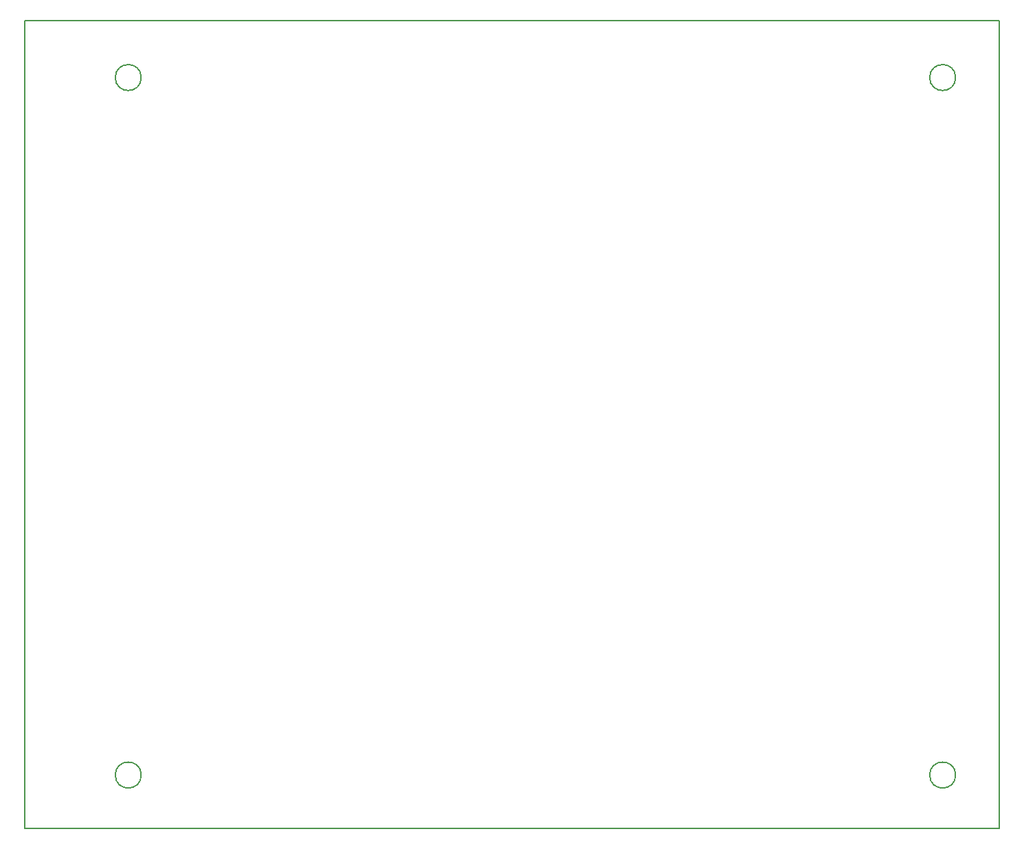
<source format=gbr>
G04 #@! TF.FileFunction,Profile,NP*
%FSLAX46Y46*%
G04 Gerber Fmt 4.6, Leading zero omitted, Abs format (unit mm)*
G04 Created by KiCad (PCBNEW 4.0.2-stable) date 26.4.2016 12:05:50*
%MOMM*%
G01*
G04 APERTURE LIST*
%ADD10C,0.100000*%
%ADD11C,0.150000*%
G04 APERTURE END LIST*
D10*
D11*
X49000000Y-154750000D02*
X49000000Y-55250000D01*
X169000000Y-154750000D02*
X49000000Y-154750000D01*
X169000000Y-55250000D02*
X169000000Y-154750000D01*
X49000000Y-55250000D02*
X169000000Y-55250000D01*
X163652000Y-62226000D02*
G75*
G03X163652000Y-62226000I-1600000J0D01*
G01*
X163652000Y-148201000D02*
G75*
G03X163652000Y-148201000I-1600000J0D01*
G01*
X63322000Y-148201000D02*
G75*
G03X63322000Y-148201000I-1600000J0D01*
G01*
X63322000Y-62226000D02*
G75*
G03X63322000Y-62226000I-1600000J0D01*
G01*
M02*

</source>
